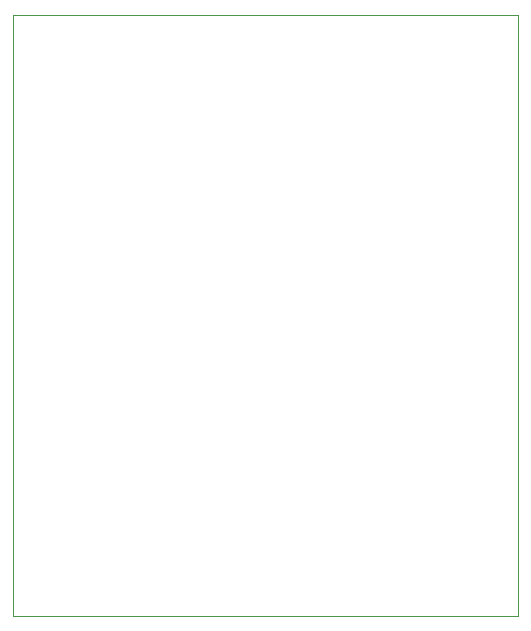
<source format=gbr>
%TF.GenerationSoftware,KiCad,Pcbnew,8.0.6*%
%TF.CreationDate,2025-05-13T17:33:06-04:00*%
%TF.ProjectId,USB-Voltage-Tester,5553422d-566f-46c7-9461-67652d546573,rev?*%
%TF.SameCoordinates,Original*%
%TF.FileFunction,Profile,NP*%
%FSLAX46Y46*%
G04 Gerber Fmt 4.6, Leading zero omitted, Abs format (unit mm)*
G04 Created by KiCad (PCBNEW 8.0.6) date 2025-05-13 17:33:06*
%MOMM*%
%LPD*%
G01*
G04 APERTURE LIST*
%TA.AperFunction,Profile*%
%ADD10C,0.050000*%
%TD*%
G04 APERTURE END LIST*
D10*
X21894800Y-26517600D02*
X64643000Y-26517600D01*
X64643000Y-77343000D01*
X21894800Y-77343000D01*
X21894800Y-26517600D01*
M02*

</source>
